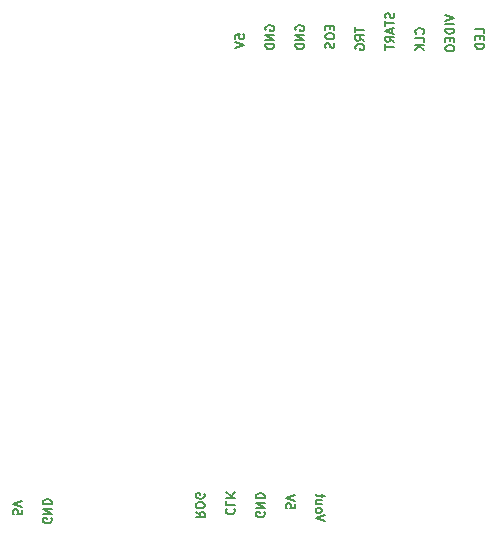
<source format=gbr>
%TF.GenerationSoftware,KiCad,Pcbnew,7.0.7*%
%TF.CreationDate,2024-03-26T15:49:53-05:00*%
%TF.ProjectId,InstrumentsBoard,496e7374-7275-46d6-956e-7473426f6172,rev?*%
%TF.SameCoordinates,Original*%
%TF.FileFunction,Legend,Bot*%
%TF.FilePolarity,Positive*%
%FSLAX46Y46*%
G04 Gerber Fmt 4.6, Leading zero omitted, Abs format (unit mm)*
G04 Created by KiCad (PCBNEW 7.0.7) date 2024-03-26 15:49:53*
%MOMM*%
%LPD*%
G01*
G04 APERTURE LIST*
%ADD10C,0.152400*%
G04 APERTURE END LIST*
D10*
X88907677Y-28475691D02*
X88907677Y-28729691D01*
X89306820Y-28838548D02*
X89306820Y-28475691D01*
X89306820Y-28475691D02*
X88544820Y-28475691D01*
X88544820Y-28475691D02*
X88544820Y-28838548D01*
X88544820Y-29310263D02*
X88544820Y-29455406D01*
X88544820Y-29455406D02*
X88581106Y-29527977D01*
X88581106Y-29527977D02*
X88653677Y-29600549D01*
X88653677Y-29600549D02*
X88798820Y-29636834D01*
X88798820Y-29636834D02*
X89052820Y-29636834D01*
X89052820Y-29636834D02*
X89197963Y-29600549D01*
X89197963Y-29600549D02*
X89270535Y-29527977D01*
X89270535Y-29527977D02*
X89306820Y-29455406D01*
X89306820Y-29455406D02*
X89306820Y-29310263D01*
X89306820Y-29310263D02*
X89270535Y-29237692D01*
X89270535Y-29237692D02*
X89197963Y-29165120D01*
X89197963Y-29165120D02*
X89052820Y-29128834D01*
X89052820Y-29128834D02*
X88798820Y-29128834D01*
X88798820Y-29128834D02*
X88653677Y-29165120D01*
X88653677Y-29165120D02*
X88581106Y-29237692D01*
X88581106Y-29237692D02*
X88544820Y-29310263D01*
X89270535Y-29927120D02*
X89306820Y-30035978D01*
X89306820Y-30035978D02*
X89306820Y-30217406D01*
X89306820Y-30217406D02*
X89270535Y-30289978D01*
X89270535Y-30289978D02*
X89234249Y-30326263D01*
X89234249Y-30326263D02*
X89161677Y-30362549D01*
X89161677Y-30362549D02*
X89089106Y-30362549D01*
X89089106Y-30362549D02*
X89016535Y-30326263D01*
X89016535Y-30326263D02*
X88980249Y-30289978D01*
X88980249Y-30289978D02*
X88943963Y-30217406D01*
X88943963Y-30217406D02*
X88907677Y-30072263D01*
X88907677Y-30072263D02*
X88871392Y-29999692D01*
X88871392Y-29999692D02*
X88835106Y-29963406D01*
X88835106Y-29963406D02*
X88762535Y-29927120D01*
X88762535Y-29927120D02*
X88689963Y-29927120D01*
X88689963Y-29927120D02*
X88617392Y-29963406D01*
X88617392Y-29963406D02*
X88581106Y-29999692D01*
X88581106Y-29999692D02*
X88544820Y-30072263D01*
X88544820Y-30072263D02*
X88544820Y-30253692D01*
X88544820Y-30253692D02*
X88581106Y-30362549D01*
X62839179Y-69459451D02*
X62839179Y-69822308D01*
X62839179Y-69822308D02*
X62476322Y-69858594D01*
X62476322Y-69858594D02*
X62512607Y-69822308D01*
X62512607Y-69822308D02*
X62548893Y-69749737D01*
X62548893Y-69749737D02*
X62548893Y-69568308D01*
X62548893Y-69568308D02*
X62512607Y-69495737D01*
X62512607Y-69495737D02*
X62476322Y-69459451D01*
X62476322Y-69459451D02*
X62403750Y-69423165D01*
X62403750Y-69423165D02*
X62222322Y-69423165D01*
X62222322Y-69423165D02*
X62149750Y-69459451D01*
X62149750Y-69459451D02*
X62113465Y-69495737D01*
X62113465Y-69495737D02*
X62077179Y-69568308D01*
X62077179Y-69568308D02*
X62077179Y-69749737D01*
X62077179Y-69749737D02*
X62113465Y-69822308D01*
X62113465Y-69822308D02*
X62149750Y-69858594D01*
X62839179Y-69205451D02*
X62077179Y-68951451D01*
X62077179Y-68951451D02*
X62839179Y-68697451D01*
X83376893Y-69677165D02*
X83413179Y-69749737D01*
X83413179Y-69749737D02*
X83413179Y-69858594D01*
X83413179Y-69858594D02*
X83376893Y-69967451D01*
X83376893Y-69967451D02*
X83304322Y-70040022D01*
X83304322Y-70040022D02*
X83231750Y-70076308D01*
X83231750Y-70076308D02*
X83086607Y-70112594D01*
X83086607Y-70112594D02*
X82977750Y-70112594D01*
X82977750Y-70112594D02*
X82832607Y-70076308D01*
X82832607Y-70076308D02*
X82760036Y-70040022D01*
X82760036Y-70040022D02*
X82687465Y-69967451D01*
X82687465Y-69967451D02*
X82651179Y-69858594D01*
X82651179Y-69858594D02*
X82651179Y-69786022D01*
X82651179Y-69786022D02*
X82687465Y-69677165D01*
X82687465Y-69677165D02*
X82723750Y-69640879D01*
X82723750Y-69640879D02*
X82977750Y-69640879D01*
X82977750Y-69640879D02*
X82977750Y-69786022D01*
X82651179Y-69314308D02*
X83413179Y-69314308D01*
X83413179Y-69314308D02*
X82651179Y-68878879D01*
X82651179Y-68878879D02*
X83413179Y-68878879D01*
X82651179Y-68516022D02*
X83413179Y-68516022D01*
X83413179Y-68516022D02*
X83413179Y-68334593D01*
X83413179Y-68334593D02*
X83376893Y-68225736D01*
X83376893Y-68225736D02*
X83304322Y-68153165D01*
X83304322Y-68153165D02*
X83231750Y-68116879D01*
X83231750Y-68116879D02*
X83086607Y-68080593D01*
X83086607Y-68080593D02*
X82977750Y-68080593D01*
X82977750Y-68080593D02*
X82832607Y-68116879D01*
X82832607Y-68116879D02*
X82760036Y-68153165D01*
X82760036Y-68153165D02*
X82687465Y-68225736D01*
X82687465Y-68225736D02*
X82651179Y-68334593D01*
X82651179Y-68334593D02*
X82651179Y-68516022D01*
X83501106Y-28874834D02*
X83464820Y-28802263D01*
X83464820Y-28802263D02*
X83464820Y-28693405D01*
X83464820Y-28693405D02*
X83501106Y-28584548D01*
X83501106Y-28584548D02*
X83573677Y-28511977D01*
X83573677Y-28511977D02*
X83646249Y-28475691D01*
X83646249Y-28475691D02*
X83791392Y-28439405D01*
X83791392Y-28439405D02*
X83900249Y-28439405D01*
X83900249Y-28439405D02*
X84045392Y-28475691D01*
X84045392Y-28475691D02*
X84117963Y-28511977D01*
X84117963Y-28511977D02*
X84190535Y-28584548D01*
X84190535Y-28584548D02*
X84226820Y-28693405D01*
X84226820Y-28693405D02*
X84226820Y-28765977D01*
X84226820Y-28765977D02*
X84190535Y-28874834D01*
X84190535Y-28874834D02*
X84154249Y-28911120D01*
X84154249Y-28911120D02*
X83900249Y-28911120D01*
X83900249Y-28911120D02*
X83900249Y-28765977D01*
X84226820Y-29237691D02*
X83464820Y-29237691D01*
X83464820Y-29237691D02*
X84226820Y-29673120D01*
X84226820Y-29673120D02*
X83464820Y-29673120D01*
X84226820Y-30035977D02*
X83464820Y-30035977D01*
X83464820Y-30035977D02*
X83464820Y-30217406D01*
X83464820Y-30217406D02*
X83501106Y-30326263D01*
X83501106Y-30326263D02*
X83573677Y-30398834D01*
X83573677Y-30398834D02*
X83646249Y-30435120D01*
X83646249Y-30435120D02*
X83791392Y-30471406D01*
X83791392Y-30471406D02*
X83900249Y-30471406D01*
X83900249Y-30471406D02*
X84045392Y-30435120D01*
X84045392Y-30435120D02*
X84117963Y-30398834D01*
X84117963Y-30398834D02*
X84190535Y-30326263D01*
X84190535Y-30326263D02*
X84226820Y-30217406D01*
X84226820Y-30217406D02*
X84226820Y-30035977D01*
X98704820Y-27604834D02*
X99466820Y-27858834D01*
X99466820Y-27858834D02*
X98704820Y-28112834D01*
X99466820Y-28366834D02*
X98704820Y-28366834D01*
X99466820Y-28729691D02*
X98704820Y-28729691D01*
X98704820Y-28729691D02*
X98704820Y-28911120D01*
X98704820Y-28911120D02*
X98741106Y-29019977D01*
X98741106Y-29019977D02*
X98813677Y-29092548D01*
X98813677Y-29092548D02*
X98886249Y-29128834D01*
X98886249Y-29128834D02*
X99031392Y-29165120D01*
X99031392Y-29165120D02*
X99140249Y-29165120D01*
X99140249Y-29165120D02*
X99285392Y-29128834D01*
X99285392Y-29128834D02*
X99357963Y-29092548D01*
X99357963Y-29092548D02*
X99430535Y-29019977D01*
X99430535Y-29019977D02*
X99466820Y-28911120D01*
X99466820Y-28911120D02*
X99466820Y-28729691D01*
X99067677Y-29491691D02*
X99067677Y-29745691D01*
X99466820Y-29854548D02*
X99466820Y-29491691D01*
X99466820Y-29491691D02*
X98704820Y-29491691D01*
X98704820Y-29491691D02*
X98704820Y-29854548D01*
X98704820Y-30326263D02*
X98704820Y-30471406D01*
X98704820Y-30471406D02*
X98741106Y-30543977D01*
X98741106Y-30543977D02*
X98813677Y-30616549D01*
X98813677Y-30616549D02*
X98958820Y-30652834D01*
X98958820Y-30652834D02*
X99212820Y-30652834D01*
X99212820Y-30652834D02*
X99357963Y-30616549D01*
X99357963Y-30616549D02*
X99430535Y-30543977D01*
X99430535Y-30543977D02*
X99466820Y-30471406D01*
X99466820Y-30471406D02*
X99466820Y-30326263D01*
X99466820Y-30326263D02*
X99430535Y-30253692D01*
X99430535Y-30253692D02*
X99357963Y-30181120D01*
X99357963Y-30181120D02*
X99212820Y-30144834D01*
X99212820Y-30144834D02*
X98958820Y-30144834D01*
X98958820Y-30144834D02*
X98813677Y-30181120D01*
X98813677Y-30181120D02*
X98741106Y-30253692D01*
X98741106Y-30253692D02*
X98704820Y-30326263D01*
X96854249Y-29165120D02*
X96890535Y-29128834D01*
X96890535Y-29128834D02*
X96926820Y-29019977D01*
X96926820Y-29019977D02*
X96926820Y-28947405D01*
X96926820Y-28947405D02*
X96890535Y-28838548D01*
X96890535Y-28838548D02*
X96817963Y-28765977D01*
X96817963Y-28765977D02*
X96745392Y-28729691D01*
X96745392Y-28729691D02*
X96600249Y-28693405D01*
X96600249Y-28693405D02*
X96491392Y-28693405D01*
X96491392Y-28693405D02*
X96346249Y-28729691D01*
X96346249Y-28729691D02*
X96273677Y-28765977D01*
X96273677Y-28765977D02*
X96201106Y-28838548D01*
X96201106Y-28838548D02*
X96164820Y-28947405D01*
X96164820Y-28947405D02*
X96164820Y-29019977D01*
X96164820Y-29019977D02*
X96201106Y-29128834D01*
X96201106Y-29128834D02*
X96237392Y-29165120D01*
X96926820Y-29854548D02*
X96926820Y-29491691D01*
X96926820Y-29491691D02*
X96164820Y-29491691D01*
X96926820Y-30108548D02*
X96164820Y-30108548D01*
X96926820Y-30543977D02*
X96491392Y-30217405D01*
X96164820Y-30543977D02*
X96600249Y-30108548D01*
X80924820Y-29600548D02*
X80924820Y-29237691D01*
X80924820Y-29237691D02*
X81287677Y-29201405D01*
X81287677Y-29201405D02*
X81251392Y-29237691D01*
X81251392Y-29237691D02*
X81215106Y-29310263D01*
X81215106Y-29310263D02*
X81215106Y-29491691D01*
X81215106Y-29491691D02*
X81251392Y-29564263D01*
X81251392Y-29564263D02*
X81287677Y-29600548D01*
X81287677Y-29600548D02*
X81360249Y-29636834D01*
X81360249Y-29636834D02*
X81541677Y-29636834D01*
X81541677Y-29636834D02*
X81614249Y-29600548D01*
X81614249Y-29600548D02*
X81650535Y-29564263D01*
X81650535Y-29564263D02*
X81686820Y-29491691D01*
X81686820Y-29491691D02*
X81686820Y-29310263D01*
X81686820Y-29310263D02*
X81650535Y-29237691D01*
X81650535Y-29237691D02*
X81614249Y-29201405D01*
X80924820Y-29854548D02*
X81686820Y-30108548D01*
X81686820Y-30108548D02*
X80924820Y-30362548D01*
X102006820Y-29092548D02*
X102006820Y-28729691D01*
X102006820Y-28729691D02*
X101244820Y-28729691D01*
X101607677Y-29346548D02*
X101607677Y-29600548D01*
X102006820Y-29709405D02*
X102006820Y-29346548D01*
X102006820Y-29346548D02*
X101244820Y-29346548D01*
X101244820Y-29346548D02*
X101244820Y-29709405D01*
X102006820Y-30035977D02*
X101244820Y-30035977D01*
X101244820Y-30035977D02*
X101244820Y-30217406D01*
X101244820Y-30217406D02*
X101281106Y-30326263D01*
X101281106Y-30326263D02*
X101353677Y-30398834D01*
X101353677Y-30398834D02*
X101426249Y-30435120D01*
X101426249Y-30435120D02*
X101571392Y-30471406D01*
X101571392Y-30471406D02*
X101680249Y-30471406D01*
X101680249Y-30471406D02*
X101825392Y-30435120D01*
X101825392Y-30435120D02*
X101897963Y-30398834D01*
X101897963Y-30398834D02*
X101970535Y-30326263D01*
X101970535Y-30326263D02*
X102006820Y-30217406D01*
X102006820Y-30217406D02*
X102006820Y-30035977D01*
X91084820Y-28620834D02*
X91084820Y-29056263D01*
X91846820Y-28838548D02*
X91084820Y-28838548D01*
X91846820Y-29745691D02*
X91483963Y-29491691D01*
X91846820Y-29310262D02*
X91084820Y-29310262D01*
X91084820Y-29310262D02*
X91084820Y-29600548D01*
X91084820Y-29600548D02*
X91121106Y-29673119D01*
X91121106Y-29673119D02*
X91157392Y-29709405D01*
X91157392Y-29709405D02*
X91229963Y-29745691D01*
X91229963Y-29745691D02*
X91338820Y-29745691D01*
X91338820Y-29745691D02*
X91411392Y-29709405D01*
X91411392Y-29709405D02*
X91447677Y-29673119D01*
X91447677Y-29673119D02*
X91483963Y-29600548D01*
X91483963Y-29600548D02*
X91483963Y-29310262D01*
X91121106Y-30471405D02*
X91084820Y-30398834D01*
X91084820Y-30398834D02*
X91084820Y-30289976D01*
X91084820Y-30289976D02*
X91121106Y-30181119D01*
X91121106Y-30181119D02*
X91193677Y-30108548D01*
X91193677Y-30108548D02*
X91266249Y-30072262D01*
X91266249Y-30072262D02*
X91411392Y-30035976D01*
X91411392Y-30035976D02*
X91520249Y-30035976D01*
X91520249Y-30035976D02*
X91665392Y-30072262D01*
X91665392Y-30072262D02*
X91737963Y-30108548D01*
X91737963Y-30108548D02*
X91810535Y-30181119D01*
X91810535Y-30181119D02*
X91846820Y-30289976D01*
X91846820Y-30289976D02*
X91846820Y-30362548D01*
X91846820Y-30362548D02*
X91810535Y-30471405D01*
X91810535Y-30471405D02*
X91774249Y-30507691D01*
X91774249Y-30507691D02*
X91520249Y-30507691D01*
X91520249Y-30507691D02*
X91520249Y-30362548D01*
X88493179Y-70439165D02*
X87731179Y-70185165D01*
X87731179Y-70185165D02*
X88493179Y-69931165D01*
X87731179Y-69568308D02*
X87767465Y-69640879D01*
X87767465Y-69640879D02*
X87803750Y-69677165D01*
X87803750Y-69677165D02*
X87876322Y-69713451D01*
X87876322Y-69713451D02*
X88094036Y-69713451D01*
X88094036Y-69713451D02*
X88166607Y-69677165D01*
X88166607Y-69677165D02*
X88202893Y-69640879D01*
X88202893Y-69640879D02*
X88239179Y-69568308D01*
X88239179Y-69568308D02*
X88239179Y-69459451D01*
X88239179Y-69459451D02*
X88202893Y-69386879D01*
X88202893Y-69386879D02*
X88166607Y-69350594D01*
X88166607Y-69350594D02*
X88094036Y-69314308D01*
X88094036Y-69314308D02*
X87876322Y-69314308D01*
X87876322Y-69314308D02*
X87803750Y-69350594D01*
X87803750Y-69350594D02*
X87767465Y-69386879D01*
X87767465Y-69386879D02*
X87731179Y-69459451D01*
X87731179Y-69459451D02*
X87731179Y-69568308D01*
X88239179Y-68661165D02*
X87731179Y-68661165D01*
X88239179Y-68987736D02*
X87840036Y-68987736D01*
X87840036Y-68987736D02*
X87767465Y-68951450D01*
X87767465Y-68951450D02*
X87731179Y-68878879D01*
X87731179Y-68878879D02*
X87731179Y-68770022D01*
X87731179Y-68770022D02*
X87767465Y-68697450D01*
X87767465Y-68697450D02*
X87803750Y-68661165D01*
X88239179Y-68407164D02*
X88239179Y-68116878D01*
X88493179Y-68298307D02*
X87840036Y-68298307D01*
X87840036Y-68298307D02*
X87767465Y-68262021D01*
X87767465Y-68262021D02*
X87731179Y-68189450D01*
X87731179Y-68189450D02*
X87731179Y-68116878D01*
X77571179Y-69640879D02*
X77934036Y-69894879D01*
X77571179Y-70076308D02*
X78333179Y-70076308D01*
X78333179Y-70076308D02*
X78333179Y-69786022D01*
X78333179Y-69786022D02*
X78296893Y-69713451D01*
X78296893Y-69713451D02*
X78260607Y-69677165D01*
X78260607Y-69677165D02*
X78188036Y-69640879D01*
X78188036Y-69640879D02*
X78079179Y-69640879D01*
X78079179Y-69640879D02*
X78006607Y-69677165D01*
X78006607Y-69677165D02*
X77970322Y-69713451D01*
X77970322Y-69713451D02*
X77934036Y-69786022D01*
X77934036Y-69786022D02*
X77934036Y-70076308D01*
X78333179Y-69169165D02*
X78333179Y-69024022D01*
X78333179Y-69024022D02*
X78296893Y-68951451D01*
X78296893Y-68951451D02*
X78224322Y-68878879D01*
X78224322Y-68878879D02*
X78079179Y-68842594D01*
X78079179Y-68842594D02*
X77825179Y-68842594D01*
X77825179Y-68842594D02*
X77680036Y-68878879D01*
X77680036Y-68878879D02*
X77607465Y-68951451D01*
X77607465Y-68951451D02*
X77571179Y-69024022D01*
X77571179Y-69024022D02*
X77571179Y-69169165D01*
X77571179Y-69169165D02*
X77607465Y-69241737D01*
X77607465Y-69241737D02*
X77680036Y-69314308D01*
X77680036Y-69314308D02*
X77825179Y-69350594D01*
X77825179Y-69350594D02*
X78079179Y-69350594D01*
X78079179Y-69350594D02*
X78224322Y-69314308D01*
X78224322Y-69314308D02*
X78296893Y-69241737D01*
X78296893Y-69241737D02*
X78333179Y-69169165D01*
X78296893Y-68116879D02*
X78333179Y-68189451D01*
X78333179Y-68189451D02*
X78333179Y-68298308D01*
X78333179Y-68298308D02*
X78296893Y-68407165D01*
X78296893Y-68407165D02*
X78224322Y-68479736D01*
X78224322Y-68479736D02*
X78151750Y-68516022D01*
X78151750Y-68516022D02*
X78006607Y-68552308D01*
X78006607Y-68552308D02*
X77897750Y-68552308D01*
X77897750Y-68552308D02*
X77752607Y-68516022D01*
X77752607Y-68516022D02*
X77680036Y-68479736D01*
X77680036Y-68479736D02*
X77607465Y-68407165D01*
X77607465Y-68407165D02*
X77571179Y-68298308D01*
X77571179Y-68298308D02*
X77571179Y-68225736D01*
X77571179Y-68225736D02*
X77607465Y-68116879D01*
X77607465Y-68116879D02*
X77643750Y-68080593D01*
X77643750Y-68080593D02*
X77897750Y-68080593D01*
X77897750Y-68080593D02*
X77897750Y-68225736D01*
X86041106Y-28874834D02*
X86004820Y-28802263D01*
X86004820Y-28802263D02*
X86004820Y-28693405D01*
X86004820Y-28693405D02*
X86041106Y-28584548D01*
X86041106Y-28584548D02*
X86113677Y-28511977D01*
X86113677Y-28511977D02*
X86186249Y-28475691D01*
X86186249Y-28475691D02*
X86331392Y-28439405D01*
X86331392Y-28439405D02*
X86440249Y-28439405D01*
X86440249Y-28439405D02*
X86585392Y-28475691D01*
X86585392Y-28475691D02*
X86657963Y-28511977D01*
X86657963Y-28511977D02*
X86730535Y-28584548D01*
X86730535Y-28584548D02*
X86766820Y-28693405D01*
X86766820Y-28693405D02*
X86766820Y-28765977D01*
X86766820Y-28765977D02*
X86730535Y-28874834D01*
X86730535Y-28874834D02*
X86694249Y-28911120D01*
X86694249Y-28911120D02*
X86440249Y-28911120D01*
X86440249Y-28911120D02*
X86440249Y-28765977D01*
X86766820Y-29237691D02*
X86004820Y-29237691D01*
X86004820Y-29237691D02*
X86766820Y-29673120D01*
X86766820Y-29673120D02*
X86004820Y-29673120D01*
X86766820Y-30035977D02*
X86004820Y-30035977D01*
X86004820Y-30035977D02*
X86004820Y-30217406D01*
X86004820Y-30217406D02*
X86041106Y-30326263D01*
X86041106Y-30326263D02*
X86113677Y-30398834D01*
X86113677Y-30398834D02*
X86186249Y-30435120D01*
X86186249Y-30435120D02*
X86331392Y-30471406D01*
X86331392Y-30471406D02*
X86440249Y-30471406D01*
X86440249Y-30471406D02*
X86585392Y-30435120D01*
X86585392Y-30435120D02*
X86657963Y-30398834D01*
X86657963Y-30398834D02*
X86730535Y-30326263D01*
X86730535Y-30326263D02*
X86766820Y-30217406D01*
X86766820Y-30217406D02*
X86766820Y-30035977D01*
X80183750Y-69386879D02*
X80147465Y-69423165D01*
X80147465Y-69423165D02*
X80111179Y-69532022D01*
X80111179Y-69532022D02*
X80111179Y-69604594D01*
X80111179Y-69604594D02*
X80147465Y-69713451D01*
X80147465Y-69713451D02*
X80220036Y-69786022D01*
X80220036Y-69786022D02*
X80292607Y-69822308D01*
X80292607Y-69822308D02*
X80437750Y-69858594D01*
X80437750Y-69858594D02*
X80546607Y-69858594D01*
X80546607Y-69858594D02*
X80691750Y-69822308D01*
X80691750Y-69822308D02*
X80764322Y-69786022D01*
X80764322Y-69786022D02*
X80836893Y-69713451D01*
X80836893Y-69713451D02*
X80873179Y-69604594D01*
X80873179Y-69604594D02*
X80873179Y-69532022D01*
X80873179Y-69532022D02*
X80836893Y-69423165D01*
X80836893Y-69423165D02*
X80800607Y-69386879D01*
X80111179Y-68697451D02*
X80111179Y-69060308D01*
X80111179Y-69060308D02*
X80873179Y-69060308D01*
X80111179Y-68443451D02*
X80873179Y-68443451D01*
X80111179Y-68008022D02*
X80546607Y-68334594D01*
X80873179Y-68008022D02*
X80437750Y-68443451D01*
X94350535Y-27423405D02*
X94386820Y-27532263D01*
X94386820Y-27532263D02*
X94386820Y-27713691D01*
X94386820Y-27713691D02*
X94350535Y-27786263D01*
X94350535Y-27786263D02*
X94314249Y-27822548D01*
X94314249Y-27822548D02*
X94241677Y-27858834D01*
X94241677Y-27858834D02*
X94169106Y-27858834D01*
X94169106Y-27858834D02*
X94096535Y-27822548D01*
X94096535Y-27822548D02*
X94060249Y-27786263D01*
X94060249Y-27786263D02*
X94023963Y-27713691D01*
X94023963Y-27713691D02*
X93987677Y-27568548D01*
X93987677Y-27568548D02*
X93951392Y-27495977D01*
X93951392Y-27495977D02*
X93915106Y-27459691D01*
X93915106Y-27459691D02*
X93842535Y-27423405D01*
X93842535Y-27423405D02*
X93769963Y-27423405D01*
X93769963Y-27423405D02*
X93697392Y-27459691D01*
X93697392Y-27459691D02*
X93661106Y-27495977D01*
X93661106Y-27495977D02*
X93624820Y-27568548D01*
X93624820Y-27568548D02*
X93624820Y-27749977D01*
X93624820Y-27749977D02*
X93661106Y-27858834D01*
X93624820Y-28076548D02*
X93624820Y-28511977D01*
X94386820Y-28294262D02*
X93624820Y-28294262D01*
X94169106Y-28729690D02*
X94169106Y-29092548D01*
X94386820Y-28657119D02*
X93624820Y-28911119D01*
X93624820Y-28911119D02*
X94386820Y-29165119D01*
X94386820Y-29854548D02*
X94023963Y-29600548D01*
X94386820Y-29419119D02*
X93624820Y-29419119D01*
X93624820Y-29419119D02*
X93624820Y-29709405D01*
X93624820Y-29709405D02*
X93661106Y-29781976D01*
X93661106Y-29781976D02*
X93697392Y-29818262D01*
X93697392Y-29818262D02*
X93769963Y-29854548D01*
X93769963Y-29854548D02*
X93878820Y-29854548D01*
X93878820Y-29854548D02*
X93951392Y-29818262D01*
X93951392Y-29818262D02*
X93987677Y-29781976D01*
X93987677Y-29781976D02*
X94023963Y-29709405D01*
X94023963Y-29709405D02*
X94023963Y-29419119D01*
X93624820Y-30072262D02*
X93624820Y-30507691D01*
X94386820Y-30289976D02*
X93624820Y-30289976D01*
X65342893Y-70185165D02*
X65379179Y-70257737D01*
X65379179Y-70257737D02*
X65379179Y-70366594D01*
X65379179Y-70366594D02*
X65342893Y-70475451D01*
X65342893Y-70475451D02*
X65270322Y-70548022D01*
X65270322Y-70548022D02*
X65197750Y-70584308D01*
X65197750Y-70584308D02*
X65052607Y-70620594D01*
X65052607Y-70620594D02*
X64943750Y-70620594D01*
X64943750Y-70620594D02*
X64798607Y-70584308D01*
X64798607Y-70584308D02*
X64726036Y-70548022D01*
X64726036Y-70548022D02*
X64653465Y-70475451D01*
X64653465Y-70475451D02*
X64617179Y-70366594D01*
X64617179Y-70366594D02*
X64617179Y-70294022D01*
X64617179Y-70294022D02*
X64653465Y-70185165D01*
X64653465Y-70185165D02*
X64689750Y-70148879D01*
X64689750Y-70148879D02*
X64943750Y-70148879D01*
X64943750Y-70148879D02*
X64943750Y-70294022D01*
X64617179Y-69822308D02*
X65379179Y-69822308D01*
X65379179Y-69822308D02*
X64617179Y-69386879D01*
X64617179Y-69386879D02*
X65379179Y-69386879D01*
X64617179Y-69024022D02*
X65379179Y-69024022D01*
X65379179Y-69024022D02*
X65379179Y-68842593D01*
X65379179Y-68842593D02*
X65342893Y-68733736D01*
X65342893Y-68733736D02*
X65270322Y-68661165D01*
X65270322Y-68661165D02*
X65197750Y-68624879D01*
X65197750Y-68624879D02*
X65052607Y-68588593D01*
X65052607Y-68588593D02*
X64943750Y-68588593D01*
X64943750Y-68588593D02*
X64798607Y-68624879D01*
X64798607Y-68624879D02*
X64726036Y-68661165D01*
X64726036Y-68661165D02*
X64653465Y-68733736D01*
X64653465Y-68733736D02*
X64617179Y-68842593D01*
X64617179Y-68842593D02*
X64617179Y-69024022D01*
X85953179Y-68951451D02*
X85953179Y-69314308D01*
X85953179Y-69314308D02*
X85590322Y-69350594D01*
X85590322Y-69350594D02*
X85626607Y-69314308D01*
X85626607Y-69314308D02*
X85662893Y-69241737D01*
X85662893Y-69241737D02*
X85662893Y-69060308D01*
X85662893Y-69060308D02*
X85626607Y-68987737D01*
X85626607Y-68987737D02*
X85590322Y-68951451D01*
X85590322Y-68951451D02*
X85517750Y-68915165D01*
X85517750Y-68915165D02*
X85336322Y-68915165D01*
X85336322Y-68915165D02*
X85263750Y-68951451D01*
X85263750Y-68951451D02*
X85227465Y-68987737D01*
X85227465Y-68987737D02*
X85191179Y-69060308D01*
X85191179Y-69060308D02*
X85191179Y-69241737D01*
X85191179Y-69241737D02*
X85227465Y-69314308D01*
X85227465Y-69314308D02*
X85263750Y-69350594D01*
X85953179Y-68697451D02*
X85191179Y-68443451D01*
X85191179Y-68443451D02*
X85953179Y-68189451D01*
M02*

</source>
